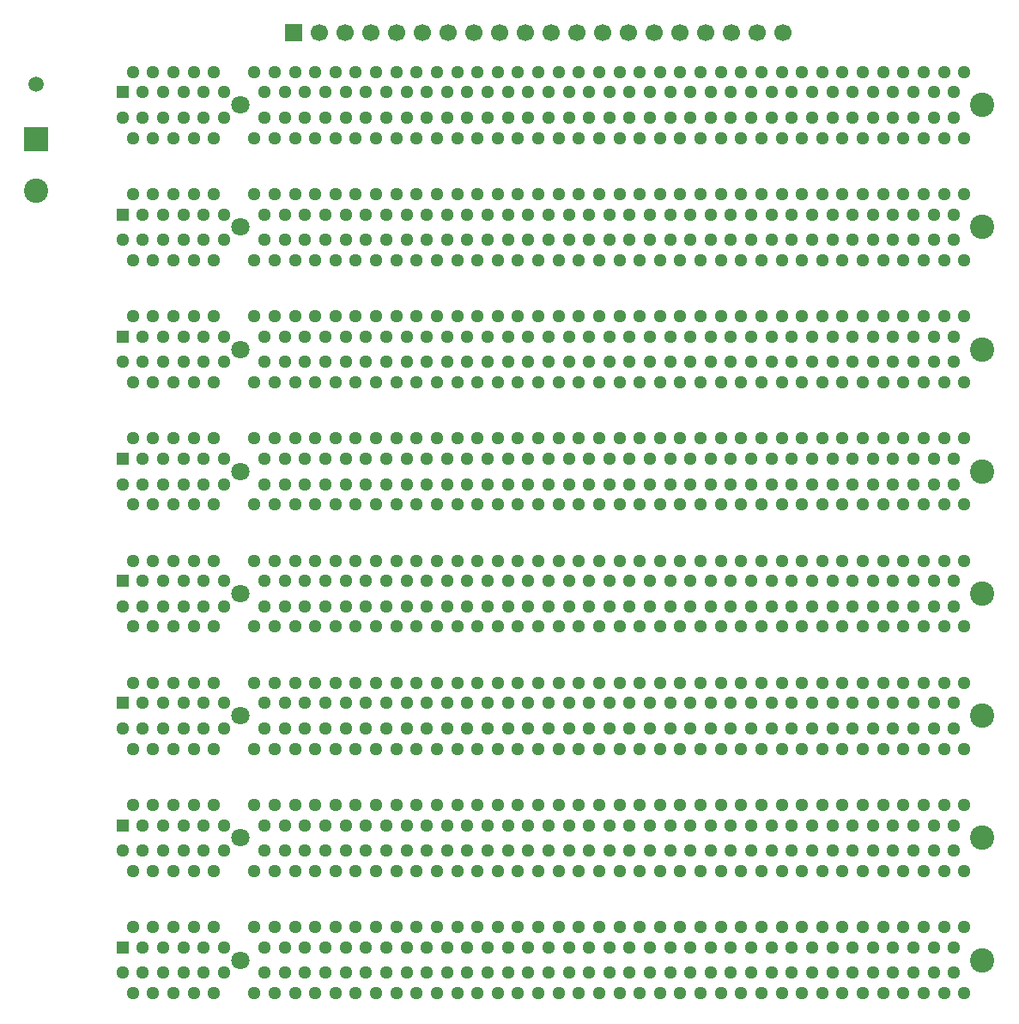
<source format=gbr>
%TF.GenerationSoftware,KiCad,Pcbnew,9.0.5*%
%TF.CreationDate,2025-11-19T18:22:51+02:00*%
%TF.ProjectId,backplane,6261636b-706c-4616-9e65-2e6b69636164,rev?*%
%TF.SameCoordinates,Original*%
%TF.FileFunction,Soldermask,Top*%
%TF.FilePolarity,Negative*%
%FSLAX46Y46*%
G04 Gerber Fmt 4.6, Leading zero omitted, Abs format (unit mm)*
G04 Created by KiCad (PCBNEW 9.0.5) date 2025-11-19 18:22:51*
%MOMM*%
%LPD*%
G01*
G04 APERTURE LIST*
%ADD10C,1.800000*%
%ADD11C,2.400000*%
%ADD12R,1.288000X1.288000*%
%ADD13C,1.288000*%
%ADD14R,2.400000X2.400000*%
%ADD15R,1.700000X1.700000*%
%ADD16C,1.700000*%
%ADD17C,1.500000*%
G04 APERTURE END LIST*
D10*
%TO.C,MOD2*%
X91650000Y-46630000D03*
D11*
X164800000Y-46630000D03*
D12*
X80000000Y-45380000D03*
D13*
X81000000Y-43380000D03*
X82000000Y-45380000D03*
X83000000Y-43380000D03*
X84000000Y-45380000D03*
X85000000Y-43380000D03*
X86000000Y-45380000D03*
X87000000Y-43380000D03*
X88000000Y-45380000D03*
X89000000Y-43380000D03*
X90000000Y-45380000D03*
X93000000Y-43380000D03*
X94000000Y-45380000D03*
X95000000Y-43380000D03*
X96000000Y-45380000D03*
X97000000Y-43380000D03*
X98000000Y-45380000D03*
X99000000Y-43380000D03*
X100000000Y-45380000D03*
X101000000Y-43380000D03*
X102000000Y-45380000D03*
X103000000Y-43380000D03*
X104000000Y-45380000D03*
X105000000Y-43380000D03*
X106000000Y-45380000D03*
X107000000Y-43380000D03*
X108000000Y-45380000D03*
X109000000Y-43380000D03*
X110000000Y-45380000D03*
X111000000Y-43380000D03*
X112000000Y-45380000D03*
X113000000Y-43380000D03*
X114000000Y-45380000D03*
X115000000Y-43380000D03*
X116000000Y-45380000D03*
X117000000Y-43380000D03*
X118000000Y-45380000D03*
X119000000Y-43380000D03*
X120000000Y-45380000D03*
X121000000Y-43380000D03*
X122000000Y-45380000D03*
X123000000Y-43380000D03*
X124000000Y-45380000D03*
X125000000Y-43380000D03*
X126000000Y-45380000D03*
X127000000Y-43380000D03*
X128000000Y-45380000D03*
X129000000Y-43380000D03*
X130000000Y-45380000D03*
X131000000Y-43380000D03*
X132000000Y-45380000D03*
X133000000Y-43380000D03*
X134000000Y-45380000D03*
X135000000Y-43380000D03*
X136000000Y-45380000D03*
X137000000Y-43380000D03*
X138000000Y-45380000D03*
X139000000Y-43380000D03*
X140000000Y-45380000D03*
X141000000Y-43380000D03*
X142000000Y-45380000D03*
X143000000Y-43380000D03*
X144000000Y-45380000D03*
X145000000Y-43380000D03*
X146000000Y-45380000D03*
X147000000Y-43380000D03*
X148000000Y-45380000D03*
X149000000Y-43380000D03*
X150000000Y-45380000D03*
X151000000Y-43380000D03*
X152000000Y-45380000D03*
X153000000Y-43380000D03*
X154000000Y-45380000D03*
X155000000Y-43380000D03*
X156000000Y-45380000D03*
X157000000Y-43380000D03*
X158000000Y-45380000D03*
X159000000Y-43380000D03*
X160000000Y-45380000D03*
X161000000Y-43380000D03*
X162000000Y-45380000D03*
X163000000Y-43380000D03*
X80000000Y-47880000D03*
X81000000Y-49880000D03*
X82000000Y-47880000D03*
X83000000Y-49880000D03*
X84000000Y-47880000D03*
X85000000Y-49880000D03*
X86000000Y-47880000D03*
X87000000Y-49880000D03*
X88000000Y-47880000D03*
X89000000Y-49880000D03*
X90000000Y-47880000D03*
X93000000Y-49880000D03*
X94000000Y-47880000D03*
X95000000Y-49880000D03*
X96000000Y-47880000D03*
X97000000Y-49880000D03*
X98000000Y-47880000D03*
X99000000Y-49880000D03*
X100000000Y-47880000D03*
X101000000Y-49880000D03*
X102000000Y-47880000D03*
X103000000Y-49880000D03*
X104000000Y-47880000D03*
X105000000Y-49880000D03*
X106000000Y-47880000D03*
X107000000Y-49880000D03*
X108000000Y-47880000D03*
X109000000Y-49880000D03*
X110000000Y-47880000D03*
X111000000Y-49880000D03*
X112000000Y-47880000D03*
X113000000Y-49880000D03*
X114000000Y-47880000D03*
X115000000Y-49880000D03*
X116000000Y-47880000D03*
X117000000Y-49880000D03*
X118000000Y-47880000D03*
X119000000Y-49880000D03*
X120000000Y-47880000D03*
X121000000Y-49880000D03*
X122000000Y-47880000D03*
X123000000Y-49880000D03*
X124000000Y-47880000D03*
X125000000Y-49880000D03*
X126000000Y-47880000D03*
X127000000Y-49880000D03*
X128000000Y-47880000D03*
X129000000Y-49880000D03*
X130000000Y-47880000D03*
X131000000Y-49880000D03*
X132000000Y-47880000D03*
X133000000Y-49880000D03*
X134000000Y-47880000D03*
X135000000Y-49880000D03*
X136000000Y-47880000D03*
X137000000Y-49880000D03*
X138000000Y-47880000D03*
X139000000Y-49880000D03*
X140000000Y-47880000D03*
X141000000Y-49880000D03*
X142000000Y-47880000D03*
X143000000Y-49880000D03*
X144000000Y-47880000D03*
X145000000Y-49880000D03*
X146000000Y-47880000D03*
X147000000Y-49880000D03*
X148000000Y-47880000D03*
X149000000Y-49880000D03*
X150000000Y-47880000D03*
X151000000Y-49880000D03*
X152000000Y-47880000D03*
X153000000Y-49880000D03*
X154000000Y-47880000D03*
X155000000Y-49880000D03*
X156000000Y-47880000D03*
X157000000Y-49880000D03*
X158000000Y-47880000D03*
X159000000Y-49880000D03*
X160000000Y-47880000D03*
X161000000Y-49880000D03*
X162000000Y-47880000D03*
X163000000Y-49880000D03*
%TD*%
D14*
%TO.C,J1*%
X71500000Y-38000000D03*
D11*
X71500000Y-43000000D03*
%TD*%
D10*
%TO.C,MOD6*%
X91650000Y-94790000D03*
D11*
X164800000Y-94790000D03*
D12*
X80000000Y-93540000D03*
D13*
X81000000Y-91540000D03*
X82000000Y-93540000D03*
X83000000Y-91540000D03*
X84000000Y-93540000D03*
X85000000Y-91540000D03*
X86000000Y-93540000D03*
X87000000Y-91540000D03*
X88000000Y-93540000D03*
X89000000Y-91540000D03*
X90000000Y-93540000D03*
X93000000Y-91540000D03*
X94000000Y-93540000D03*
X95000000Y-91540000D03*
X96000000Y-93540000D03*
X97000000Y-91540000D03*
X98000000Y-93540000D03*
X99000000Y-91540000D03*
X100000000Y-93540000D03*
X101000000Y-91540000D03*
X102000000Y-93540000D03*
X103000000Y-91540000D03*
X104000000Y-93540000D03*
X105000000Y-91540000D03*
X106000000Y-93540000D03*
X107000000Y-91540000D03*
X108000000Y-93540000D03*
X109000000Y-91540000D03*
X110000000Y-93540000D03*
X111000000Y-91540000D03*
X112000000Y-93540000D03*
X113000000Y-91540000D03*
X114000000Y-93540000D03*
X115000000Y-91540000D03*
X116000000Y-93540000D03*
X117000000Y-91540000D03*
X118000000Y-93540000D03*
X119000000Y-91540000D03*
X120000000Y-93540000D03*
X121000000Y-91540000D03*
X122000000Y-93540000D03*
X123000000Y-91540000D03*
X124000000Y-93540000D03*
X125000000Y-91540000D03*
X126000000Y-93540000D03*
X127000000Y-91540000D03*
X128000000Y-93540000D03*
X129000000Y-91540000D03*
X130000000Y-93540000D03*
X131000000Y-91540000D03*
X132000000Y-93540000D03*
X133000000Y-91540000D03*
X134000000Y-93540000D03*
X135000000Y-91540000D03*
X136000000Y-93540000D03*
X137000000Y-91540000D03*
X138000000Y-93540000D03*
X139000000Y-91540000D03*
X140000000Y-93540000D03*
X141000000Y-91540000D03*
X142000000Y-93540000D03*
X143000000Y-91540000D03*
X144000000Y-93540000D03*
X145000000Y-91540000D03*
X146000000Y-93540000D03*
X147000000Y-91540000D03*
X148000000Y-93540000D03*
X149000000Y-91540000D03*
X150000000Y-93540000D03*
X151000000Y-91540000D03*
X152000000Y-93540000D03*
X153000000Y-91540000D03*
X154000000Y-93540000D03*
X155000000Y-91540000D03*
X156000000Y-93540000D03*
X157000000Y-91540000D03*
X158000000Y-93540000D03*
X159000000Y-91540000D03*
X160000000Y-93540000D03*
X161000000Y-91540000D03*
X162000000Y-93540000D03*
X163000000Y-91540000D03*
X80000000Y-96040000D03*
X81000000Y-98040000D03*
X82000000Y-96040000D03*
X83000000Y-98040000D03*
X84000000Y-96040000D03*
X85000000Y-98040000D03*
X86000000Y-96040000D03*
X87000000Y-98040000D03*
X88000000Y-96040000D03*
X89000000Y-98040000D03*
X90000000Y-96040000D03*
X93000000Y-98040000D03*
X94000000Y-96040000D03*
X95000000Y-98040000D03*
X96000000Y-96040000D03*
X97000000Y-98040000D03*
X98000000Y-96040000D03*
X99000000Y-98040000D03*
X100000000Y-96040000D03*
X101000000Y-98040000D03*
X102000000Y-96040000D03*
X103000000Y-98040000D03*
X104000000Y-96040000D03*
X105000000Y-98040000D03*
X106000000Y-96040000D03*
X107000000Y-98040000D03*
X108000000Y-96040000D03*
X109000000Y-98040000D03*
X110000000Y-96040000D03*
X111000000Y-98040000D03*
X112000000Y-96040000D03*
X113000000Y-98040000D03*
X114000000Y-96040000D03*
X115000000Y-98040000D03*
X116000000Y-96040000D03*
X117000000Y-98040000D03*
X118000000Y-96040000D03*
X119000000Y-98040000D03*
X120000000Y-96040000D03*
X121000000Y-98040000D03*
X122000000Y-96040000D03*
X123000000Y-98040000D03*
X124000000Y-96040000D03*
X125000000Y-98040000D03*
X126000000Y-96040000D03*
X127000000Y-98040000D03*
X128000000Y-96040000D03*
X129000000Y-98040000D03*
X130000000Y-96040000D03*
X131000000Y-98040000D03*
X132000000Y-96040000D03*
X133000000Y-98040000D03*
X134000000Y-96040000D03*
X135000000Y-98040000D03*
X136000000Y-96040000D03*
X137000000Y-98040000D03*
X138000000Y-96040000D03*
X139000000Y-98040000D03*
X140000000Y-96040000D03*
X141000000Y-98040000D03*
X142000000Y-96040000D03*
X143000000Y-98040000D03*
X144000000Y-96040000D03*
X145000000Y-98040000D03*
X146000000Y-96040000D03*
X147000000Y-98040000D03*
X148000000Y-96040000D03*
X149000000Y-98040000D03*
X150000000Y-96040000D03*
X151000000Y-98040000D03*
X152000000Y-96040000D03*
X153000000Y-98040000D03*
X154000000Y-96040000D03*
X155000000Y-98040000D03*
X156000000Y-96040000D03*
X157000000Y-98040000D03*
X158000000Y-96040000D03*
X159000000Y-98040000D03*
X160000000Y-96040000D03*
X161000000Y-98040000D03*
X162000000Y-96040000D03*
X163000000Y-98040000D03*
%TD*%
D10*
%TO.C,MOD7*%
X91650000Y-106830000D03*
D11*
X164800000Y-106830000D03*
D12*
X80000000Y-105580000D03*
D13*
X81000000Y-103580000D03*
X82000000Y-105580000D03*
X83000000Y-103580000D03*
X84000000Y-105580000D03*
X85000000Y-103580000D03*
X86000000Y-105580000D03*
X87000000Y-103580000D03*
X88000000Y-105580000D03*
X89000000Y-103580000D03*
X90000000Y-105580000D03*
X93000000Y-103580000D03*
X94000000Y-105580000D03*
X95000000Y-103580000D03*
X96000000Y-105580000D03*
X97000000Y-103580000D03*
X98000000Y-105580000D03*
X99000000Y-103580000D03*
X100000000Y-105580000D03*
X101000000Y-103580000D03*
X102000000Y-105580000D03*
X103000000Y-103580000D03*
X104000000Y-105580000D03*
X105000000Y-103580000D03*
X106000000Y-105580000D03*
X107000000Y-103580000D03*
X108000000Y-105580000D03*
X109000000Y-103580000D03*
X110000000Y-105580000D03*
X111000000Y-103580000D03*
X112000000Y-105580000D03*
X113000000Y-103580000D03*
X114000000Y-105580000D03*
X115000000Y-103580000D03*
X116000000Y-105580000D03*
X117000000Y-103580000D03*
X118000000Y-105580000D03*
X119000000Y-103580000D03*
X120000000Y-105580000D03*
X121000000Y-103580000D03*
X122000000Y-105580000D03*
X123000000Y-103580000D03*
X124000000Y-105580000D03*
X125000000Y-103580000D03*
X126000000Y-105580000D03*
X127000000Y-103580000D03*
X128000000Y-105580000D03*
X129000000Y-103580000D03*
X130000000Y-105580000D03*
X131000000Y-103580000D03*
X132000000Y-105580000D03*
X133000000Y-103580000D03*
X134000000Y-105580000D03*
X135000000Y-103580000D03*
X136000000Y-105580000D03*
X137000000Y-103580000D03*
X138000000Y-105580000D03*
X139000000Y-103580000D03*
X140000000Y-105580000D03*
X141000000Y-103580000D03*
X142000000Y-105580000D03*
X143000000Y-103580000D03*
X144000000Y-105580000D03*
X145000000Y-103580000D03*
X146000000Y-105580000D03*
X147000000Y-103580000D03*
X148000000Y-105580000D03*
X149000000Y-103580000D03*
X150000000Y-105580000D03*
X151000000Y-103580000D03*
X152000000Y-105580000D03*
X153000000Y-103580000D03*
X154000000Y-105580000D03*
X155000000Y-103580000D03*
X156000000Y-105580000D03*
X157000000Y-103580000D03*
X158000000Y-105580000D03*
X159000000Y-103580000D03*
X160000000Y-105580000D03*
X161000000Y-103580000D03*
X162000000Y-105580000D03*
X163000000Y-103580000D03*
X80000000Y-108080000D03*
X81000000Y-110080000D03*
X82000000Y-108080000D03*
X83000000Y-110080000D03*
X84000000Y-108080000D03*
X85000000Y-110080000D03*
X86000000Y-108080000D03*
X87000000Y-110080000D03*
X88000000Y-108080000D03*
X89000000Y-110080000D03*
X90000000Y-108080000D03*
X93000000Y-110080000D03*
X94000000Y-108080000D03*
X95000000Y-110080000D03*
X96000000Y-108080000D03*
X97000000Y-110080000D03*
X98000000Y-108080000D03*
X99000000Y-110080000D03*
X100000000Y-108080000D03*
X101000000Y-110080000D03*
X102000000Y-108080000D03*
X103000000Y-110080000D03*
X104000000Y-108080000D03*
X105000000Y-110080000D03*
X106000000Y-108080000D03*
X107000000Y-110080000D03*
X108000000Y-108080000D03*
X109000000Y-110080000D03*
X110000000Y-108080000D03*
X111000000Y-110080000D03*
X112000000Y-108080000D03*
X113000000Y-110080000D03*
X114000000Y-108080000D03*
X115000000Y-110080000D03*
X116000000Y-108080000D03*
X117000000Y-110080000D03*
X118000000Y-108080000D03*
X119000000Y-110080000D03*
X120000000Y-108080000D03*
X121000000Y-110080000D03*
X122000000Y-108080000D03*
X123000000Y-110080000D03*
X124000000Y-108080000D03*
X125000000Y-110080000D03*
X126000000Y-108080000D03*
X127000000Y-110080000D03*
X128000000Y-108080000D03*
X129000000Y-110080000D03*
X130000000Y-108080000D03*
X131000000Y-110080000D03*
X132000000Y-108080000D03*
X133000000Y-110080000D03*
X134000000Y-108080000D03*
X135000000Y-110080000D03*
X136000000Y-108080000D03*
X137000000Y-110080000D03*
X138000000Y-108080000D03*
X139000000Y-110080000D03*
X140000000Y-108080000D03*
X141000000Y-110080000D03*
X142000000Y-108080000D03*
X143000000Y-110080000D03*
X144000000Y-108080000D03*
X145000000Y-110080000D03*
X146000000Y-108080000D03*
X147000000Y-110080000D03*
X148000000Y-108080000D03*
X149000000Y-110080000D03*
X150000000Y-108080000D03*
X151000000Y-110080000D03*
X152000000Y-108080000D03*
X153000000Y-110080000D03*
X154000000Y-108080000D03*
X155000000Y-110080000D03*
X156000000Y-108080000D03*
X157000000Y-110080000D03*
X158000000Y-108080000D03*
X159000000Y-110080000D03*
X160000000Y-108080000D03*
X161000000Y-110080000D03*
X162000000Y-108080000D03*
X163000000Y-110080000D03*
%TD*%
D10*
%TO.C,MOD5*%
X91650000Y-82750000D03*
D11*
X164800000Y-82750000D03*
D12*
X80000000Y-81500000D03*
D13*
X81000000Y-79500000D03*
X82000000Y-81500000D03*
X83000000Y-79500000D03*
X84000000Y-81500000D03*
X85000000Y-79500000D03*
X86000000Y-81500000D03*
X87000000Y-79500000D03*
X88000000Y-81500000D03*
X89000000Y-79500000D03*
X90000000Y-81500000D03*
X93000000Y-79500000D03*
X94000000Y-81500000D03*
X95000000Y-79500000D03*
X96000000Y-81500000D03*
X97000000Y-79500000D03*
X98000000Y-81500000D03*
X99000000Y-79500000D03*
X100000000Y-81500000D03*
X101000000Y-79500000D03*
X102000000Y-81500000D03*
X103000000Y-79500000D03*
X104000000Y-81500000D03*
X105000000Y-79500000D03*
X106000000Y-81500000D03*
X107000000Y-79500000D03*
X108000000Y-81500000D03*
X109000000Y-79500000D03*
X110000000Y-81500000D03*
X111000000Y-79500000D03*
X112000000Y-81500000D03*
X113000000Y-79500000D03*
X114000000Y-81500000D03*
X115000000Y-79500000D03*
X116000000Y-81500000D03*
X117000000Y-79500000D03*
X118000000Y-81500000D03*
X119000000Y-79500000D03*
X120000000Y-81500000D03*
X121000000Y-79500000D03*
X122000000Y-81500000D03*
X123000000Y-79500000D03*
X124000000Y-81500000D03*
X125000000Y-79500000D03*
X126000000Y-81500000D03*
X127000000Y-79500000D03*
X128000000Y-81500000D03*
X129000000Y-79500000D03*
X130000000Y-81500000D03*
X131000000Y-79500000D03*
X132000000Y-81500000D03*
X133000000Y-79500000D03*
X134000000Y-81500000D03*
X135000000Y-79500000D03*
X136000000Y-81500000D03*
X137000000Y-79500000D03*
X138000000Y-81500000D03*
X139000000Y-79500000D03*
X140000000Y-81500000D03*
X141000000Y-79500000D03*
X142000000Y-81500000D03*
X143000000Y-79500000D03*
X144000000Y-81500000D03*
X145000000Y-79500000D03*
X146000000Y-81500000D03*
X147000000Y-79500000D03*
X148000000Y-81500000D03*
X149000000Y-79500000D03*
X150000000Y-81500000D03*
X151000000Y-79500000D03*
X152000000Y-81500000D03*
X153000000Y-79500000D03*
X154000000Y-81500000D03*
X155000000Y-79500000D03*
X156000000Y-81500000D03*
X157000000Y-79500000D03*
X158000000Y-81500000D03*
X159000000Y-79500000D03*
X160000000Y-81500000D03*
X161000000Y-79500000D03*
X162000000Y-81500000D03*
X163000000Y-79500000D03*
X80000000Y-84000000D03*
X81000000Y-86000000D03*
X82000000Y-84000000D03*
X83000000Y-86000000D03*
X84000000Y-84000000D03*
X85000000Y-86000000D03*
X86000000Y-84000000D03*
X87000000Y-86000000D03*
X88000000Y-84000000D03*
X89000000Y-86000000D03*
X90000000Y-84000000D03*
X93000000Y-86000000D03*
X94000000Y-84000000D03*
X95000000Y-86000000D03*
X96000000Y-84000000D03*
X97000000Y-86000000D03*
X98000000Y-84000000D03*
X99000000Y-86000000D03*
X100000000Y-84000000D03*
X101000000Y-86000000D03*
X102000000Y-84000000D03*
X103000000Y-86000000D03*
X104000000Y-84000000D03*
X105000000Y-86000000D03*
X106000000Y-84000000D03*
X107000000Y-86000000D03*
X108000000Y-84000000D03*
X109000000Y-86000000D03*
X110000000Y-84000000D03*
X111000000Y-86000000D03*
X112000000Y-84000000D03*
X113000000Y-86000000D03*
X114000000Y-84000000D03*
X115000000Y-86000000D03*
X116000000Y-84000000D03*
X117000000Y-86000000D03*
X118000000Y-84000000D03*
X119000000Y-86000000D03*
X120000000Y-84000000D03*
X121000000Y-86000000D03*
X122000000Y-84000000D03*
X123000000Y-86000000D03*
X124000000Y-84000000D03*
X125000000Y-86000000D03*
X126000000Y-84000000D03*
X127000000Y-86000000D03*
X128000000Y-84000000D03*
X129000000Y-86000000D03*
X130000000Y-84000000D03*
X131000000Y-86000000D03*
X132000000Y-84000000D03*
X133000000Y-86000000D03*
X134000000Y-84000000D03*
X135000000Y-86000000D03*
X136000000Y-84000000D03*
X137000000Y-86000000D03*
X138000000Y-84000000D03*
X139000000Y-86000000D03*
X140000000Y-84000000D03*
X141000000Y-86000000D03*
X142000000Y-84000000D03*
X143000000Y-86000000D03*
X144000000Y-84000000D03*
X145000000Y-86000000D03*
X146000000Y-84000000D03*
X147000000Y-86000000D03*
X148000000Y-84000000D03*
X149000000Y-86000000D03*
X150000000Y-84000000D03*
X151000000Y-86000000D03*
X152000000Y-84000000D03*
X153000000Y-86000000D03*
X154000000Y-84000000D03*
X155000000Y-86000000D03*
X156000000Y-84000000D03*
X157000000Y-86000000D03*
X158000000Y-84000000D03*
X159000000Y-86000000D03*
X160000000Y-84000000D03*
X161000000Y-86000000D03*
X162000000Y-84000000D03*
X163000000Y-86000000D03*
%TD*%
D10*
%TO.C,MOD4*%
X91650000Y-70710000D03*
D11*
X164800000Y-70710000D03*
D12*
X80000000Y-69460000D03*
D13*
X81000000Y-67460000D03*
X82000000Y-69460000D03*
X83000000Y-67460000D03*
X84000000Y-69460000D03*
X85000000Y-67460000D03*
X86000000Y-69460000D03*
X87000000Y-67460000D03*
X88000000Y-69460000D03*
X89000000Y-67460000D03*
X90000000Y-69460000D03*
X93000000Y-67460000D03*
X94000000Y-69460000D03*
X95000000Y-67460000D03*
X96000000Y-69460000D03*
X97000000Y-67460000D03*
X98000000Y-69460000D03*
X99000000Y-67460000D03*
X100000000Y-69460000D03*
X101000000Y-67460000D03*
X102000000Y-69460000D03*
X103000000Y-67460000D03*
X104000000Y-69460000D03*
X105000000Y-67460000D03*
X106000000Y-69460000D03*
X107000000Y-67460000D03*
X108000000Y-69460000D03*
X109000000Y-67460000D03*
X110000000Y-69460000D03*
X111000000Y-67460000D03*
X112000000Y-69460000D03*
X113000000Y-67460000D03*
X114000000Y-69460000D03*
X115000000Y-67460000D03*
X116000000Y-69460000D03*
X117000000Y-67460000D03*
X118000000Y-69460000D03*
X119000000Y-67460000D03*
X120000000Y-69460000D03*
X121000000Y-67460000D03*
X122000000Y-69460000D03*
X123000000Y-67460000D03*
X124000000Y-69460000D03*
X125000000Y-67460000D03*
X126000000Y-69460000D03*
X127000000Y-67460000D03*
X128000000Y-69460000D03*
X129000000Y-67460000D03*
X130000000Y-69460000D03*
X131000000Y-67460000D03*
X132000000Y-69460000D03*
X133000000Y-67460000D03*
X134000000Y-69460000D03*
X135000000Y-67460000D03*
X136000000Y-69460000D03*
X137000000Y-67460000D03*
X138000000Y-69460000D03*
X139000000Y-67460000D03*
X140000000Y-69460000D03*
X141000000Y-67460000D03*
X142000000Y-69460000D03*
X143000000Y-67460000D03*
X144000000Y-69460000D03*
X145000000Y-67460000D03*
X146000000Y-69460000D03*
X147000000Y-67460000D03*
X148000000Y-69460000D03*
X149000000Y-67460000D03*
X150000000Y-69460000D03*
X151000000Y-67460000D03*
X152000000Y-69460000D03*
X153000000Y-67460000D03*
X154000000Y-69460000D03*
X155000000Y-67460000D03*
X156000000Y-69460000D03*
X157000000Y-67460000D03*
X158000000Y-69460000D03*
X159000000Y-67460000D03*
X160000000Y-69460000D03*
X161000000Y-67460000D03*
X162000000Y-69460000D03*
X163000000Y-67460000D03*
X80000000Y-71960000D03*
X81000000Y-73960000D03*
X82000000Y-71960000D03*
X83000000Y-73960000D03*
X84000000Y-71960000D03*
X85000000Y-73960000D03*
X86000000Y-71960000D03*
X87000000Y-73960000D03*
X88000000Y-71960000D03*
X89000000Y-73960000D03*
X90000000Y-71960000D03*
X93000000Y-73960000D03*
X94000000Y-71960000D03*
X95000000Y-73960000D03*
X96000000Y-71960000D03*
X97000000Y-73960000D03*
X98000000Y-71960000D03*
X99000000Y-73960000D03*
X100000000Y-71960000D03*
X101000000Y-73960000D03*
X102000000Y-71960000D03*
X103000000Y-73960000D03*
X104000000Y-71960000D03*
X105000000Y-73960000D03*
X106000000Y-71960000D03*
X107000000Y-73960000D03*
X108000000Y-71960000D03*
X109000000Y-73960000D03*
X110000000Y-71960000D03*
X111000000Y-73960000D03*
X112000000Y-71960000D03*
X113000000Y-73960000D03*
X114000000Y-71960000D03*
X115000000Y-73960000D03*
X116000000Y-71960000D03*
X117000000Y-73960000D03*
X118000000Y-71960000D03*
X119000000Y-73960000D03*
X120000000Y-71960000D03*
X121000000Y-73960000D03*
X122000000Y-71960000D03*
X123000000Y-73960000D03*
X124000000Y-71960000D03*
X125000000Y-73960000D03*
X126000000Y-71960000D03*
X127000000Y-73960000D03*
X128000000Y-71960000D03*
X129000000Y-73960000D03*
X130000000Y-71960000D03*
X131000000Y-73960000D03*
X132000000Y-71960000D03*
X133000000Y-73960000D03*
X134000000Y-71960000D03*
X135000000Y-73960000D03*
X136000000Y-71960000D03*
X137000000Y-73960000D03*
X138000000Y-71960000D03*
X139000000Y-73960000D03*
X140000000Y-71960000D03*
X141000000Y-73960000D03*
X142000000Y-71960000D03*
X143000000Y-73960000D03*
X144000000Y-71960000D03*
X145000000Y-73960000D03*
X146000000Y-71960000D03*
X147000000Y-73960000D03*
X148000000Y-71960000D03*
X149000000Y-73960000D03*
X150000000Y-71960000D03*
X151000000Y-73960000D03*
X152000000Y-71960000D03*
X153000000Y-73960000D03*
X154000000Y-71960000D03*
X155000000Y-73960000D03*
X156000000Y-71960000D03*
X157000000Y-73960000D03*
X158000000Y-71960000D03*
X159000000Y-73960000D03*
X160000000Y-71960000D03*
X161000000Y-73960000D03*
X162000000Y-71960000D03*
X163000000Y-73960000D03*
%TD*%
D10*
%TO.C,MOD8*%
X91650000Y-118870000D03*
D11*
X164800000Y-118870000D03*
D12*
X80000000Y-117620000D03*
D13*
X81000000Y-115620000D03*
X82000000Y-117620000D03*
X83000000Y-115620000D03*
X84000000Y-117620000D03*
X85000000Y-115620000D03*
X86000000Y-117620000D03*
X87000000Y-115620000D03*
X88000000Y-117620000D03*
X89000000Y-115620000D03*
X90000000Y-117620000D03*
X93000000Y-115620000D03*
X94000000Y-117620000D03*
X95000000Y-115620000D03*
X96000000Y-117620000D03*
X97000000Y-115620000D03*
X98000000Y-117620000D03*
X99000000Y-115620000D03*
X100000000Y-117620000D03*
X101000000Y-115620000D03*
X102000000Y-117620000D03*
X103000000Y-115620000D03*
X104000000Y-117620000D03*
X105000000Y-115620000D03*
X106000000Y-117620000D03*
X107000000Y-115620000D03*
X108000000Y-117620000D03*
X109000000Y-115620000D03*
X110000000Y-117620000D03*
X111000000Y-115620000D03*
X112000000Y-117620000D03*
X113000000Y-115620000D03*
X114000000Y-117620000D03*
X115000000Y-115620000D03*
X116000000Y-117620000D03*
X117000000Y-115620000D03*
X118000000Y-117620000D03*
X119000000Y-115620000D03*
X120000000Y-117620000D03*
X121000000Y-115620000D03*
X122000000Y-117620000D03*
X123000000Y-115620000D03*
X124000000Y-117620000D03*
X125000000Y-115620000D03*
X126000000Y-117620000D03*
X127000000Y-115620000D03*
X128000000Y-117620000D03*
X129000000Y-115620000D03*
X130000000Y-117620000D03*
X131000000Y-115620000D03*
X132000000Y-117620000D03*
X133000000Y-115620000D03*
X134000000Y-117620000D03*
X135000000Y-115620000D03*
X136000000Y-117620000D03*
X137000000Y-115620000D03*
X138000000Y-117620000D03*
X139000000Y-115620000D03*
X140000000Y-117620000D03*
X141000000Y-115620000D03*
X142000000Y-117620000D03*
X143000000Y-115620000D03*
X144000000Y-117620000D03*
X145000000Y-115620000D03*
X146000000Y-117620000D03*
X147000000Y-115620000D03*
X148000000Y-117620000D03*
X149000000Y-115620000D03*
X150000000Y-117620000D03*
X151000000Y-115620000D03*
X152000000Y-117620000D03*
X153000000Y-115620000D03*
X154000000Y-117620000D03*
X155000000Y-115620000D03*
X156000000Y-117620000D03*
X157000000Y-115620000D03*
X158000000Y-117620000D03*
X159000000Y-115620000D03*
X160000000Y-117620000D03*
X161000000Y-115620000D03*
X162000000Y-117620000D03*
X163000000Y-115620000D03*
X80000000Y-120120000D03*
X81000000Y-122120000D03*
X82000000Y-120120000D03*
X83000000Y-122120000D03*
X84000000Y-120120000D03*
X85000000Y-122120000D03*
X86000000Y-120120000D03*
X87000000Y-122120000D03*
X88000000Y-120120000D03*
X89000000Y-122120000D03*
X90000000Y-120120000D03*
X93000000Y-122120000D03*
X94000000Y-120120000D03*
X95000000Y-122120000D03*
X96000000Y-120120000D03*
X97000000Y-122120000D03*
X98000000Y-120120000D03*
X99000000Y-122120000D03*
X100000000Y-120120000D03*
X101000000Y-122120000D03*
X102000000Y-120120000D03*
X103000000Y-122120000D03*
X104000000Y-120120000D03*
X105000000Y-122120000D03*
X106000000Y-120120000D03*
X107000000Y-122120000D03*
X108000000Y-120120000D03*
X109000000Y-122120000D03*
X110000000Y-120120000D03*
X111000000Y-122120000D03*
X112000000Y-120120000D03*
X113000000Y-122120000D03*
X114000000Y-120120000D03*
X115000000Y-122120000D03*
X116000000Y-120120000D03*
X117000000Y-122120000D03*
X118000000Y-120120000D03*
X119000000Y-122120000D03*
X120000000Y-120120000D03*
X121000000Y-122120000D03*
X122000000Y-120120000D03*
X123000000Y-122120000D03*
X124000000Y-120120000D03*
X125000000Y-122120000D03*
X126000000Y-120120000D03*
X127000000Y-122120000D03*
X128000000Y-120120000D03*
X129000000Y-122120000D03*
X130000000Y-120120000D03*
X131000000Y-122120000D03*
X132000000Y-120120000D03*
X133000000Y-122120000D03*
X134000000Y-120120000D03*
X135000000Y-122120000D03*
X136000000Y-120120000D03*
X137000000Y-122120000D03*
X138000000Y-120120000D03*
X139000000Y-122120000D03*
X140000000Y-120120000D03*
X141000000Y-122120000D03*
X142000000Y-120120000D03*
X143000000Y-122120000D03*
X144000000Y-120120000D03*
X145000000Y-122120000D03*
X146000000Y-120120000D03*
X147000000Y-122120000D03*
X148000000Y-120120000D03*
X149000000Y-122120000D03*
X150000000Y-120120000D03*
X151000000Y-122120000D03*
X152000000Y-120120000D03*
X153000000Y-122120000D03*
X154000000Y-120120000D03*
X155000000Y-122120000D03*
X156000000Y-120120000D03*
X157000000Y-122120000D03*
X158000000Y-120120000D03*
X159000000Y-122120000D03*
X160000000Y-120120000D03*
X161000000Y-122120000D03*
X162000000Y-120120000D03*
X163000000Y-122120000D03*
%TD*%
D10*
%TO.C,MOD3*%
X91650000Y-58670000D03*
D11*
X164800000Y-58670000D03*
D12*
X80000000Y-57420000D03*
D13*
X81000000Y-55420000D03*
X82000000Y-57420000D03*
X83000000Y-55420000D03*
X84000000Y-57420000D03*
X85000000Y-55420000D03*
X86000000Y-57420000D03*
X87000000Y-55420000D03*
X88000000Y-57420000D03*
X89000000Y-55420000D03*
X90000000Y-57420000D03*
X93000000Y-55420000D03*
X94000000Y-57420000D03*
X95000000Y-55420000D03*
X96000000Y-57420000D03*
X97000000Y-55420000D03*
X98000000Y-57420000D03*
X99000000Y-55420000D03*
X100000000Y-57420000D03*
X101000000Y-55420000D03*
X102000000Y-57420000D03*
X103000000Y-55420000D03*
X104000000Y-57420000D03*
X105000000Y-55420000D03*
X106000000Y-57420000D03*
X107000000Y-55420000D03*
X108000000Y-57420000D03*
X109000000Y-55420000D03*
X110000000Y-57420000D03*
X111000000Y-55420000D03*
X112000000Y-57420000D03*
X113000000Y-55420000D03*
X114000000Y-57420000D03*
X115000000Y-55420000D03*
X116000000Y-57420000D03*
X117000000Y-55420000D03*
X118000000Y-57420000D03*
X119000000Y-55420000D03*
X120000000Y-57420000D03*
X121000000Y-55420000D03*
X122000000Y-57420000D03*
X123000000Y-55420000D03*
X124000000Y-57420000D03*
X125000000Y-55420000D03*
X126000000Y-57420000D03*
X127000000Y-55420000D03*
X128000000Y-57420000D03*
X129000000Y-55420000D03*
X130000000Y-57420000D03*
X131000000Y-55420000D03*
X132000000Y-57420000D03*
X133000000Y-55420000D03*
X134000000Y-57420000D03*
X135000000Y-55420000D03*
X136000000Y-57420000D03*
X137000000Y-55420000D03*
X138000000Y-57420000D03*
X139000000Y-55420000D03*
X140000000Y-57420000D03*
X141000000Y-55420000D03*
X142000000Y-57420000D03*
X143000000Y-55420000D03*
X144000000Y-57420000D03*
X145000000Y-55420000D03*
X146000000Y-57420000D03*
X147000000Y-55420000D03*
X148000000Y-57420000D03*
X149000000Y-55420000D03*
X150000000Y-57420000D03*
X151000000Y-55420000D03*
X152000000Y-57420000D03*
X153000000Y-55420000D03*
X154000000Y-57420000D03*
X155000000Y-55420000D03*
X156000000Y-57420000D03*
X157000000Y-55420000D03*
X158000000Y-57420000D03*
X159000000Y-55420000D03*
X160000000Y-57420000D03*
X161000000Y-55420000D03*
X162000000Y-57420000D03*
X163000000Y-55420000D03*
X80000000Y-59920000D03*
X81000000Y-61920000D03*
X82000000Y-59920000D03*
X83000000Y-61920000D03*
X84000000Y-59920000D03*
X85000000Y-61920000D03*
X86000000Y-59920000D03*
X87000000Y-61920000D03*
X88000000Y-59920000D03*
X89000000Y-61920000D03*
X90000000Y-59920000D03*
X93000000Y-61920000D03*
X94000000Y-59920000D03*
X95000000Y-61920000D03*
X96000000Y-59920000D03*
X97000000Y-61920000D03*
X98000000Y-59920000D03*
X99000000Y-61920000D03*
X100000000Y-59920000D03*
X101000000Y-61920000D03*
X102000000Y-59920000D03*
X103000000Y-61920000D03*
X104000000Y-59920000D03*
X105000000Y-61920000D03*
X106000000Y-59920000D03*
X107000000Y-61920000D03*
X108000000Y-59920000D03*
X109000000Y-61920000D03*
X110000000Y-59920000D03*
X111000000Y-61920000D03*
X112000000Y-59920000D03*
X113000000Y-61920000D03*
X114000000Y-59920000D03*
X115000000Y-61920000D03*
X116000000Y-59920000D03*
X117000000Y-61920000D03*
X118000000Y-59920000D03*
X119000000Y-61920000D03*
X120000000Y-59920000D03*
X121000000Y-61920000D03*
X122000000Y-59920000D03*
X123000000Y-61920000D03*
X124000000Y-59920000D03*
X125000000Y-61920000D03*
X126000000Y-59920000D03*
X127000000Y-61920000D03*
X128000000Y-59920000D03*
X129000000Y-61920000D03*
X130000000Y-59920000D03*
X131000000Y-61920000D03*
X132000000Y-59920000D03*
X133000000Y-61920000D03*
X134000000Y-59920000D03*
X135000000Y-61920000D03*
X136000000Y-59920000D03*
X137000000Y-61920000D03*
X138000000Y-59920000D03*
X139000000Y-61920000D03*
X140000000Y-59920000D03*
X141000000Y-61920000D03*
X142000000Y-59920000D03*
X143000000Y-61920000D03*
X144000000Y-59920000D03*
X145000000Y-61920000D03*
X146000000Y-59920000D03*
X147000000Y-61920000D03*
X148000000Y-59920000D03*
X149000000Y-61920000D03*
X150000000Y-59920000D03*
X151000000Y-61920000D03*
X152000000Y-59920000D03*
X153000000Y-61920000D03*
X154000000Y-59920000D03*
X155000000Y-61920000D03*
X156000000Y-59920000D03*
X157000000Y-61920000D03*
X158000000Y-59920000D03*
X159000000Y-61920000D03*
X160000000Y-59920000D03*
X161000000Y-61920000D03*
X162000000Y-59920000D03*
X163000000Y-61920000D03*
%TD*%
D15*
%TO.C,J2*%
X96840000Y-27500000D03*
D16*
X99380000Y-27500000D03*
X101920000Y-27500000D03*
X104460000Y-27500000D03*
X107000000Y-27500000D03*
X109540000Y-27500000D03*
X112080000Y-27500000D03*
X114620000Y-27500000D03*
X117160000Y-27500000D03*
X119700000Y-27500000D03*
X122240000Y-27500000D03*
X124780000Y-27500000D03*
X127320000Y-27500000D03*
X129860000Y-27500000D03*
X132400000Y-27500000D03*
X134940000Y-27500000D03*
X137480000Y-27500000D03*
X140020000Y-27500000D03*
X142560000Y-27500000D03*
X145100000Y-27500000D03*
%TD*%
D10*
%TO.C,MOD1*%
X91650000Y-34590000D03*
D11*
X164800000Y-34590000D03*
D12*
X80000000Y-33340000D03*
D13*
X81000000Y-31340000D03*
X82000000Y-33340000D03*
X83000000Y-31340000D03*
X84000000Y-33340000D03*
X85000000Y-31340000D03*
X86000000Y-33340000D03*
X87000000Y-31340000D03*
X88000000Y-33340000D03*
X89000000Y-31340000D03*
X90000000Y-33340000D03*
X93000000Y-31340000D03*
X94000000Y-33340000D03*
X95000000Y-31340000D03*
X96000000Y-33340000D03*
X97000000Y-31340000D03*
X98000000Y-33340000D03*
X99000000Y-31340000D03*
X100000000Y-33340000D03*
X101000000Y-31340000D03*
X102000000Y-33340000D03*
X103000000Y-31340000D03*
X104000000Y-33340000D03*
X105000000Y-31340000D03*
X106000000Y-33340000D03*
X107000000Y-31340000D03*
X108000000Y-33340000D03*
X109000000Y-31340000D03*
X110000000Y-33340000D03*
X111000000Y-31340000D03*
X112000000Y-33340000D03*
X113000000Y-31340000D03*
X114000000Y-33340000D03*
X115000000Y-31340000D03*
X116000000Y-33340000D03*
X117000000Y-31340000D03*
X118000000Y-33340000D03*
X119000000Y-31340000D03*
X120000000Y-33340000D03*
X121000000Y-31340000D03*
X122000000Y-33340000D03*
X123000000Y-31340000D03*
X124000000Y-33340000D03*
X125000000Y-31340000D03*
X126000000Y-33340000D03*
X127000000Y-31340000D03*
X128000000Y-33340000D03*
X129000000Y-31340000D03*
X130000000Y-33340000D03*
X131000000Y-31340000D03*
X132000000Y-33340000D03*
X133000000Y-31340000D03*
X134000000Y-33340000D03*
X135000000Y-31340000D03*
X136000000Y-33340000D03*
X137000000Y-31340000D03*
X138000000Y-33340000D03*
X139000000Y-31340000D03*
X140000000Y-33340000D03*
X141000000Y-31340000D03*
X142000000Y-33340000D03*
X143000000Y-31340000D03*
X144000000Y-33340000D03*
X145000000Y-31340000D03*
X146000000Y-33340000D03*
X147000000Y-31340000D03*
X148000000Y-33340000D03*
X149000000Y-31340000D03*
X150000000Y-33340000D03*
X151000000Y-31340000D03*
X152000000Y-33340000D03*
X153000000Y-31340000D03*
X154000000Y-33340000D03*
X155000000Y-31340000D03*
X156000000Y-33340000D03*
X157000000Y-31340000D03*
X158000000Y-33340000D03*
X159000000Y-31340000D03*
X160000000Y-33340000D03*
X161000000Y-31340000D03*
X162000000Y-33340000D03*
X163000000Y-31340000D03*
X80000000Y-35840000D03*
X81000000Y-37840000D03*
X82000000Y-35840000D03*
X83000000Y-37840000D03*
X84000000Y-35840000D03*
X85000000Y-37840000D03*
X86000000Y-35840000D03*
X87000000Y-37840000D03*
X88000000Y-35840000D03*
X89000000Y-37840000D03*
X90000000Y-35840000D03*
X93000000Y-37840000D03*
X94000000Y-35840000D03*
X95000000Y-37840000D03*
X96000000Y-35840000D03*
X97000000Y-37840000D03*
X98000000Y-35840000D03*
X99000000Y-37840000D03*
X100000000Y-35840000D03*
X101000000Y-37840000D03*
X102000000Y-35840000D03*
X103000000Y-37840000D03*
X104000000Y-35840000D03*
X105000000Y-37840000D03*
X106000000Y-35840000D03*
X107000000Y-37840000D03*
X108000000Y-35840000D03*
X109000000Y-37840000D03*
X110000000Y-35840000D03*
X111000000Y-37840000D03*
X112000000Y-35840000D03*
X113000000Y-37840000D03*
X114000000Y-35840000D03*
X115000000Y-37840000D03*
X116000000Y-35840000D03*
X117000000Y-37840000D03*
X118000000Y-35840000D03*
X119000000Y-37840000D03*
X120000000Y-35840000D03*
X121000000Y-37840000D03*
X122000000Y-35840000D03*
X123000000Y-37840000D03*
X124000000Y-35840000D03*
X125000000Y-37840000D03*
X126000000Y-35840000D03*
X127000000Y-37840000D03*
X128000000Y-35840000D03*
X129000000Y-37840000D03*
X130000000Y-35840000D03*
X131000000Y-37840000D03*
X132000000Y-35840000D03*
X133000000Y-37840000D03*
X134000000Y-35840000D03*
X135000000Y-37840000D03*
X136000000Y-35840000D03*
X137000000Y-37840000D03*
X138000000Y-35840000D03*
X139000000Y-37840000D03*
X140000000Y-35840000D03*
X141000000Y-37840000D03*
X142000000Y-35840000D03*
X143000000Y-37840000D03*
X144000000Y-35840000D03*
X145000000Y-37840000D03*
X146000000Y-35840000D03*
X147000000Y-37840000D03*
X148000000Y-35840000D03*
X149000000Y-37840000D03*
X150000000Y-35840000D03*
X151000000Y-37840000D03*
X152000000Y-35840000D03*
X153000000Y-37840000D03*
X154000000Y-35840000D03*
X155000000Y-37840000D03*
X156000000Y-35840000D03*
X157000000Y-37840000D03*
X158000000Y-35840000D03*
X159000000Y-37840000D03*
X160000000Y-35840000D03*
X161000000Y-37840000D03*
X162000000Y-35840000D03*
X163000000Y-37840000D03*
%TD*%
D17*
%TO.C,TP2*%
X71500000Y-32500000D03*
%TD*%
M02*

</source>
